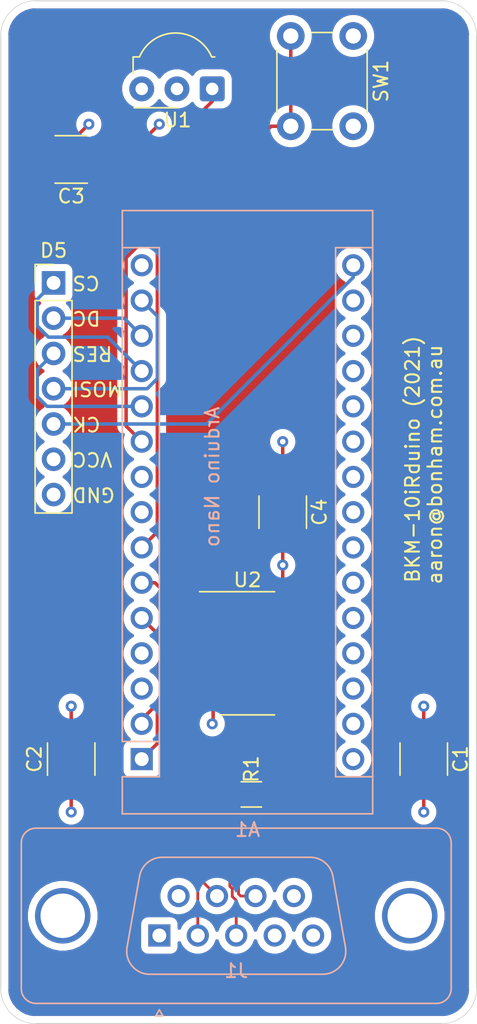
<source format=kicad_pcb>
(kicad_pcb (version 20171130) (host pcbnew "(5.1.10)-1")
  (layers (0 F.Cu signal) (1 In1.Cu.Power power) (2 In2.Cu.Ground power) (31 B.Cu signal) (34 B.Paste user) (35 F.Paste user) (36 B.SilkS user) (37 F.SilkS user) (38 B.Mask user) (39 F.Mask user) (44 Edge.Cuts user))
  (net 0 "")
  (net 1 "Net-(A1-Pad15)")
  (net 2 VCC)
  (net 3 GND)
  (net 4 "Net-(A1-Pad28)")
  (net 5 "Net-(A1-Pad27)")
  (net 6 "Net-(A1-Pad26)")
  (net 7 IR_OUT)
  (net 8 "Net-(A1-Pad25)")
  (net 9 "Net-(A1-Pad9)")
  (net 10 "Net-(A1-Pad24)")
  (net 11 "Net-(A1-Pad8)")
  (net 12 "Net-(A1-Pad23)")
  (net 13 "Net-(A1-Pad22)")
  (net 14 "Net-(A1-Pad21)")
  (net 15 RS485_TX_ENABLE)
  (net 16 "Net-(A1-Pad20)")
  (net 17 "Net-(A1-Pad19)")
  (net 18 "Net-(A1-Pad3)")
  (net 19 "Net-(A1-Pad18)")
  (net 20 "Net-(A1-Pad17)")
  (net 21 RS485_TX)
  (net 22 SCK)
  (net 23 MOSI)
  (net 24 DC)
  (net 25 CS)
  (net 26 RES)
  (net 27 LEARN_BUTTON_IN)
  (net 28 RS485_RX_ENABLE)
  (net 29 RS485_RX)
  (net 30 AB+)
  (net 31 AB-)
  (net 32 YZ+)
  (net 33 YZ-)
  (net 34 "Net-(U2-Pad8)")
  (net 35 "Net-(U2-Pad1)")
  (module Package_SO:SOIC-14_3.9x8.7mm_P1.27mm (layer F.Cu) (at 167.64 96.52)
    (fp_text reference U2 (at 0 -5.28) (layer F.SilkS))
    (fp_text value ADM3063EARZ-ND)
    (fp_line (start 0 4.435) (end 1.95 4.435) (layer F.SilkS) (width 0.12))
    (fp_line (start 0 4.435) (end -1.95 4.435) (layer F.SilkS) (width 0.12))
    (fp_line (start 0 -4.435) (end 1.95 -4.435) (layer F.SilkS) (width 0.12))
    (fp_line (start 0 -4.435) (end -3.45 -4.435) (layer F.SilkS) (width 0.12))
    (pad 14 smd roundrect (at 2.475 -3.81) (size 1.95 0.6) (layers F.Cu F.Paste F.Mask) (net 2 VCC))
    (pad 13 smd roundrect (at 2.475 -2.54) (size 1.95 0.6) (layers F.Cu F.Paste F.Mask) (net 2 VCC))
    (pad 12 smd roundrect (at 2.475 -1.27) (size 1.95 0.6) (layers F.Cu F.Paste F.Mask) (net 31 AB-))
    (pad 11 smd roundrect (at 2.475 0) (size 1.95 0.6) (layers F.Cu F.Paste F.Mask) (net 30 AB+))
    (pad 10 smd roundrect (at 2.475 1.27) (size 1.95 0.6) (layers F.Cu F.Paste F.Mask) (net 33 YZ-))
    (pad 9 smd roundrect (at 2.475 2.54) (size 1.95 0.6) (layers F.Cu F.Paste F.Mask) (net 32 YZ+))
    (pad 8 smd roundrect (at 2.475 3.81) (size 1.95 0.6) (layers F.Cu F.Paste F.Mask) (net 34 "Net-(U2-Pad8)"))
    (pad 7 smd roundrect (at -2.475 3.81) (size 1.95 0.6) (layers F.Cu F.Paste F.Mask) (net 3 GND))
    (pad 6 smd roundrect (at -2.475 2.54) (size 1.95 0.6) (layers F.Cu F.Paste F.Mask) (net 3 GND))
    (pad 5 smd roundrect (at -2.475 1.27) (size 1.95 0.6) (layers F.Cu F.Paste F.Mask) (net 21 RS485_TX))
    (pad 4 smd roundrect (at -2.475 0) (size 1.95 0.6) (layers F.Cu F.Paste F.Mask) (net 15 RS485_TX_ENABLE))
    (pad 3 smd roundrect (at -2.475 -1.27) (size 1.95 0.6) (layers F.Cu F.Paste F.Mask) (net 28 RS485_RX_ENABLE))
    (pad 2 smd roundrect (at -2.475 -2.54) (size 1.95 0.6) (layers F.Cu F.Paste F.Mask) (net 29 RS485_RX))
    (pad 1 smd roundrect (at -2.475 -3.81) (size 1.95 0.6) (layers F.Cu F.Paste F.Mask) (net 35 "Net-(U2-Pad1)"))
  )
  (module Connector_Dsub:DSUB-9_Male_Vertical_P2.77x2.84mm_MountingHoles (layer B.Cu) (at 161.29 116.84)
    (fp_text reference J1 (at 5.54 2.54) (layer B.SilkS) (effects (justify mirror)))
    (fp_text value DB9_Male)
    (fp_line (start -8.885 4.89) (end 19.965 4.89) (layer B.SilkS) (width 0.12))
    (fp_line (start 21.025 3.83) (end 21.025 -6.67) (layer B.SilkS) (width 0.12))
    (fp_line (start 19.965 -7.73) (end -8.885 -7.73) (layer B.SilkS) (width 0.12))
    (fp_line (start -9.945 -6.67) (end -9.945 3.83) (layer B.SilkS) (width 0.12))
    (fp_line (start -0.25 5.784338) (end 0.25 5.784338) (layer B.SilkS) (width 0.12))
    (fp_line (start 0.25 5.784338) (end 0 5.351325) (layer B.SilkS) (width 0.12))
    (fp_line (start 0 5.351325) (end -0.25 5.784338) (layer B.SilkS) (width 0.12))
    (fp_line (start -0.691689 2.79) (end 11.771689 2.79) (layer B.SilkS) (width 0.12))
    (fp_line (start 0.207579 -5.63) (end 10.872421 -5.63) (layer B.SilkS) (width 0.12))
    (fp_line (start 13.40647 0.841744) (end 12.507202 -4.258256) (layer B.SilkS) (width 0.12))
    (fp_line (start -2.32647 0.841744) (end -1.427202 -4.258256) (layer B.SilkS) (width 0.12))
    (fp_arc (start 10.872421 -3.97) (end 10.872421 -5.63) (angle 80) (layer B.SilkS) (width 0.12))
    (fp_arc (start 0.207579 -3.97) (end 0.207579 -5.63) (angle -80) (layer B.SilkS) (width 0.12))
    (fp_arc (start 11.771689 1.13) (end 11.771689 2.79) (angle -100) (layer B.SilkS) (width 0.12))
    (fp_arc (start -0.691689 1.13) (end -0.691689 2.79) (angle 100) (layer B.SilkS) (width 0.12))
    (fp_arc (start 19.965 -6.67) (end 21.025 -6.67) (angle -90) (layer B.SilkS) (width 0.12))
    (fp_arc (start -8.885 -6.67) (end -9.945 -6.67) (angle 90) (layer B.SilkS) (width 0.12))
    (fp_arc (start 19.965 3.83) (end 19.965 4.89) (angle -90) (layer B.SilkS) (width 0.12))
    (fp_arc (start -8.885 3.83) (end -9.945 3.83) (angle -90) (layer B.SilkS) (width 0.12))
    (pad 0 thru_hole circle (at 18.04 -1.42) (size 4 4) (drill 3.2) (layers *.Cu *.Mask))
    (pad 0 thru_hole circle (at -6.96 -1.42) (size 4 4) (drill 3.2) (layers *.Cu *.Mask))
    (pad 9 thru_hole circle (at 9.695 -2.84) (size 1.6 1.6) (drill 1) (layers *.Cu *.Mask) (net 3 GND))
    (pad 8 thru_hole circle (at 6.925 -2.84) (size 1.6 1.6) (drill 1) (layers *.Cu *.Mask) (net 33 YZ-))
    (pad 7 thru_hole circle (at 4.155 -2.84) (size 1.6 1.6) (drill 1) (layers *.Cu *.Mask) (net 30 AB+))
    (pad 6 thru_hole circle (at 1.385 -2.84) (size 1.6 1.6) (drill 1) (layers *.Cu *.Mask) (net 3 GND))
    (pad 5 thru_hole circle (at 11.08 0) (size 1.6 1.6) (drill 1) (layers *.Cu *.Mask) (net 2 VCC))
    (pad 4 thru_hole circle (at 8.31 0) (size 1.6 1.6) (drill 1) (layers *.Cu *.Mask) (net 3 GND))
    (pad 3 thru_hole circle (at 5.54 0) (size 1.6 1.6) (drill 1) (layers *.Cu *.Mask) (net 32 YZ+))
    (pad 2 thru_hole circle (at 2.77 0) (size 1.6 1.6) (drill 1) (layers *.Cu *.Mask) (net 31 AB-))
    (pad 1 thru_hole rect (at 0 0) (size 1.6 1.6) (drill 1) (layers *.Cu *.Mask) (net 3 GND))
  )
  (module Capacitor_SMD:C_1812_4532Metric_Pad1.57x3.40mm_HandSolder (layer F.Cu) (at 170.18 86.36 270)
    (fp_text reference C4 (at 0 -2.65 90) (layer F.SilkS))
    (fp_text value C_Small)
    (fp_line (start -1.161252 -1.71) (end 1.161252 -1.71) (layer F.SilkS) (width 0.12))
    (fp_line (start -1.161252 1.71) (end 1.161252 1.71) (layer F.SilkS) (width 0.12))
    (pad 2 smd roundrect (at 2.1375 0 270) (size 1.575 3.4) (layers F.Cu F.Paste F.Mask) (roundrect_rratio 0.1587295238095238) (net 2 VCC))
    (pad 1 smd roundrect (at -2.1375 0 270) (size 1.575 3.4) (layers F.Cu F.Paste F.Mask) (roundrect_rratio 0.1587295238095238) (net 3 GND))
  )
  (module Capacitor_SMD:C_1812_4532Metric_Pad1.57x3.40mm_HandSolder (layer F.Cu) (at 154.94 60.96 180)
    (fp_text reference C3 (at 0 -2.65) (layer F.SilkS))
    (fp_text value C_Small)
    (fp_line (start -1.161252 -1.71) (end 1.161252 -1.71) (layer F.SilkS) (width 0.12))
    (fp_line (start -1.161252 1.71) (end 1.161252 1.71) (layer F.SilkS) (width 0.12))
    (pad 2 smd roundrect (at 2.1375 0 180) (size 1.575 3.4) (layers F.Cu F.Paste F.Mask) (roundrect_rratio 0.1587295238095238) (net 2 VCC))
    (pad 1 smd roundrect (at -2.1375 0 180) (size 1.575 3.4) (layers F.Cu F.Paste F.Mask) (roundrect_rratio 0.1587295238095238) (net 3 GND))
  )
  (module Capacitor_SMD:C_1812_4532Metric_Pad1.57x3.40mm_HandSolder (layer F.Cu) (at 154.94 104.14 90)
    (fp_text reference C2 (at 0 -2.65 90) (layer F.SilkS))
    (fp_text value C_Small)
    (fp_line (start -1.161252 -1.71) (end 1.161252 -1.71) (layer F.SilkS) (width 0.12))
    (fp_line (start -1.161252 1.71) (end 1.161252 1.71) (layer F.SilkS) (width 0.12))
    (pad 2 smd roundrect (at 2.1375 0 90) (size 1.575 3.4) (layers F.Cu F.Paste F.Mask) (roundrect_rratio 0.1587295238095238) (net 3 GND))
    (pad 1 smd roundrect (at -2.1375 0 90) (size 1.575 3.4) (layers F.Cu F.Paste F.Mask) (roundrect_rratio 0.1587295238095238) (net 2 VCC))
  )
  (module Capacitor_SMD:C_1812_4532Metric_Pad1.57x3.40mm_HandSolder (layer F.Cu) (at 180.34 104.14 270)
    (fp_text reference C1 (at 0 -2.65 90) (layer F.SilkS))
    (fp_text value C_Small)
    (fp_line (start -1.161252 -1.71) (end 1.161252 -1.71) (layer F.SilkS) (width 0.12))
    (fp_line (start -1.161252 1.71) (end 1.161252 1.71) (layer F.SilkS) (width 0.12))
    (pad 2 smd roundrect (at 2.1375 0 270) (size 1.575 3.4) (layers F.Cu F.Paste F.Mask) (roundrect_rratio 0.1587295238095238) (net 3 GND))
    (pad 1 smd roundrect (at -2.1375 0 270) (size 1.575 3.4) (layers F.Cu F.Paste F.Mask) (roundrect_rratio 0.1587295238095238) (net 2 VCC))
  )
  (module Module:Arduino_Nano (layer B.Cu) (at 160.02 104.14)
    (fp_text reference A1 (at 7.62 5.08) (layer B.SilkS) (effects (justify mirror)))
    (fp_text value Arduino_Nano_Every)
    (fp_line (start 1.27 -1.27) (end 1.27 1.27) (layer B.SilkS) (width 0.12))
    (fp_line (start 1.27 1.27) (end -1.4 1.27) (layer B.SilkS) (width 0.12))
    (fp_line (start -1.4 -1.27) (end -1.4 -39.5) (layer B.SilkS) (width 0.12))
    (fp_line (start -1.4 3.94) (end -1.4 1.27) (layer B.SilkS) (width 0.12))
    (fp_line (start 13.97 1.27) (end 16.64 1.27) (layer B.SilkS) (width 0.12))
    (fp_line (start 13.97 1.27) (end 13.97 -36.83) (layer B.SilkS) (width 0.12))
    (fp_line (start 13.97 -36.83) (end 16.64 -36.83) (layer B.SilkS) (width 0.12))
    (fp_line (start 1.27 -1.27) (end -1.4 -1.27) (layer B.SilkS) (width 0.12))
    (fp_line (start 1.27 -1.27) (end 1.27 -36.83) (layer B.SilkS) (width 0.12))
    (fp_line (start 1.27 -36.83) (end -1.4 -36.83) (layer B.SilkS) (width 0.12))
    (fp_line (start -1.4 -39.5) (end 16.64 -39.5) (layer B.SilkS) (width 0.12))
    (fp_line (start 16.64 -39.5) (end 16.64 3.94) (layer B.SilkS) (width 0.12))
    (fp_line (start 16.64 3.94) (end -1.4 3.94) (layer B.SilkS) (width 0.12))
    (pad 16 thru_hole oval (at 15.24 -35.56) (size 1.6 1.6) (drill 1) (layers *.Cu *.Mask) (net 22 SCK))
    (pad 15 thru_hole oval (at 0 -35.56) (size 1.6 1.6) (drill 1) (layers *.Cu *.Mask) (net 1 "Net-(A1-Pad15)"))
    (pad 30 thru_hole oval (at 15.24 0) (size 1.6 1.6) (drill 1) (layers *.Cu *.Mask) (net 2 VCC))
    (pad 14 thru_hole oval (at 0 -33.02) (size 1.6 1.6) (drill 1) (layers *.Cu *.Mask) (net 23 MOSI))
    (pad 29 thru_hole oval (at 15.24 -2.54) (size 1.6 1.6) (drill 1) (layers *.Cu *.Mask) (net 3 GND))
    (pad 13 thru_hole oval (at 0 -30.48) (size 1.6 1.6) (drill 1) (layers *.Cu *.Mask) (net 24 DC))
    (pad 28 thru_hole oval (at 15.24 -5.08) (size 1.6 1.6) (drill 1) (layers *.Cu *.Mask) (net 4 "Net-(A1-Pad28)"))
    (pad 12 thru_hole oval (at 0 -27.94) (size 1.6 1.6) (drill 1) (layers *.Cu *.Mask) (net 25 CS))
    (pad 27 thru_hole oval (at 15.24 -7.62) (size 1.6 1.6) (drill 1) (layers *.Cu *.Mask) (net 5 "Net-(A1-Pad27)"))
    (pad 11 thru_hole oval (at 0 -25.4) (size 1.6 1.6) (drill 1) (layers *.Cu *.Mask) (net 26 RES))
    (pad 26 thru_hole oval (at 15.24 -10.16) (size 1.6 1.6) (drill 1) (layers *.Cu *.Mask) (net 6 "Net-(A1-Pad26)"))
    (pad 10 thru_hole oval (at 0 -22.86) (size 1.6 1.6) (drill 1) (layers *.Cu *.Mask) (net 7 IR_OUT))
    (pad 25 thru_hole oval (at 15.24 -12.7) (size 1.6 1.6) (drill 1) (layers *.Cu *.Mask) (net 8 "Net-(A1-Pad25)"))
    (pad 9 thru_hole oval (at 0 -20.32) (size 1.6 1.6) (drill 1) (layers *.Cu *.Mask) (net 9 "Net-(A1-Pad9)"))
    (pad 24 thru_hole oval (at 15.24 -15.24) (size 1.6 1.6) (drill 1) (layers *.Cu *.Mask) (net 10 "Net-(A1-Pad24)"))
    (pad 8 thru_hole oval (at 0 -17.78) (size 1.6 1.6) (drill 1) (layers *.Cu *.Mask) (net 11 "Net-(A1-Pad8)"))
    (pad 23 thru_hole oval (at 15.24 -17.78) (size 1.6 1.6) (drill 1) (layers *.Cu *.Mask) (net 12 "Net-(A1-Pad23)"))
    (pad 7 thru_hole oval (at 0 -15.24) (size 1.6 1.6) (drill 1) (layers *.Cu *.Mask) (net 27 LEARN_BUTTON_IN))
    (pad 22 thru_hole oval (at 15.24 -20.32) (size 1.6 1.6) (drill 1) (layers *.Cu *.Mask) (net 13 "Net-(A1-Pad22)"))
    (pad 6 thru_hole oval (at 0 -12.7) (size 1.6 1.6) (drill 1) (layers *.Cu *.Mask) (net 15 RS485_TX_ENABLE))
    (pad 21 thru_hole oval (at 15.24 -22.86) (size 1.6 1.6) (drill 1) (layers *.Cu *.Mask) (net 14 "Net-(A1-Pad21)"))
    (pad 5 thru_hole oval (at 0 -10.16) (size 1.6 1.6) (drill 1) (layers *.Cu *.Mask) (net 28 RS485_RX_ENABLE))
    (pad 20 thru_hole oval (at 15.24 -25.4) (size 1.6 1.6) (drill 1) (layers *.Cu *.Mask) (net 16 "Net-(A1-Pad20)"))
    (pad 4 thru_hole oval (at 0 -7.62) (size 1.6 1.6) (drill 1) (layers *.Cu *.Mask) (net 3 GND))
    (pad 19 thru_hole oval (at 15.24 -27.94) (size 1.6 1.6) (drill 1) (layers *.Cu *.Mask) (net 17 "Net-(A1-Pad19)"))
    (pad 3 thru_hole oval (at 0 -5.08) (size 1.6 1.6) (drill 1) (layers *.Cu *.Mask) (net 18 "Net-(A1-Pad3)"))
    (pad 18 thru_hole oval (at 15.24 -30.48) (size 1.6 1.6) (drill 1) (layers *.Cu *.Mask) (net 19 "Net-(A1-Pad18)"))
    (pad 2 thru_hole oval (at 0 -2.54) (size 1.6 1.6) (drill 1) (layers *.Cu *.Mask) (net 29 RS485_RX))
    (pad 17 thru_hole oval (at 15.24 -33.02) (size 1.6 1.6) (drill 1) (layers *.Cu *.Mask) (net 20 "Net-(A1-Pad17)"))
    (pad 1 thru_hole rect (at 0 0) (size 1.6 1.6) (drill 1) (layers *.Cu *.Mask) (net 21 RS485_TX))
  )
  (module Resistor_SMD:R_1206_3216Metric_Pad1.30x1.75mm_HandSolder (layer F.Cu) (at 167.92 106.68)
    (fp_text reference R1 (at 0 -1.82 90) (layer F.SilkS))
    (fp_text value R)
    (fp_line (start -0.727064 0.91) (end 0.727064 0.91) (layer F.SilkS) (width 0.12))
    (fp_line (start -0.727064 -0.91) (end 0.727064 -0.91) (layer F.SilkS) (width 0.12))
    (pad 2 smd roundrect (at 1.55 0) (size 1.3 1.75) (layers F.Cu F.Paste F.Mask) (roundrect_rratio 0.1923076923076923) (net 33 YZ-))
    (pad 1 smd roundrect (at -1.55 0) (size 1.3 1.75) (layers F.Cu F.Paste F.Mask) (roundrect_rratio 0.1923076923076923) (net 32 YZ+))
  )
  (module Connector_PinHeader_2.54mm:PinHeader_1x07_P2.54mm_Vertical (layer F.Cu) (at 153.67 69.85)
    (fp_text reference D5 (at 0 -2.33) (layer F.SilkS))
    (fp_text value SH1106)
    (fp_line (start -1.33 -1.33) (end 0 -1.33) (layer F.SilkS) (width 0.12))
    (fp_line (start -1.33 0) (end -1.33 -1.33) (layer F.SilkS) (width 0.12))
    (fp_line (start -1.33 1.27) (end 1.33 1.27) (layer F.SilkS) (width 0.12))
    (fp_line (start 1.33 1.27) (end 1.33 16.57) (layer F.SilkS) (width 0.12))
    (fp_line (start -1.33 1.27) (end -1.33 16.57) (layer F.SilkS) (width 0.12))
    (fp_line (start -1.33 16.57) (end 1.33 16.57) (layer F.SilkS) (width 0.12))
    (pad 7 thru_hole oval (at 0 15.24) (size 1.7 1.7) (drill 1) (layers *.Cu *.Mask) (net 3 GND))
    (pad 6 thru_hole oval (at 0 12.7) (size 1.7 1.7) (drill 1) (layers *.Cu *.Mask) (net 2 VCC))
    (pad 5 thru_hole oval (at 0 10.16) (size 1.7 1.7) (drill 1) (layers *.Cu *.Mask) (net 22 SCK))
    (pad 4 thru_hole oval (at 0 7.62) (size 1.7 1.7) (drill 1) (layers *.Cu *.Mask) (net 23 MOSI))
    (pad 3 thru_hole oval (at 0 5.08) (size 1.7 1.7) (drill 1) (layers *.Cu *.Mask) (net 26 RES))
    (pad 2 thru_hole oval (at 0 2.54) (size 1.7 1.7) (drill 1) (layers *.Cu *.Mask) (net 24 DC))
    (pad 1 thru_hole rect (at 0 0) (size 1.7 1.7) (drill 1) (layers *.Cu *.Mask) (net 25 CS))
  )
  (module bkm10rduino:SW_PUSH_6mm_H5mm (layer F.Cu) (at 175.26 52.07 270)
    (fp_text reference SW1 (at 3.25 -2 90) (layer F.SilkS))
    (fp_text value SW_SPST)
    (fp_line (start 6.75 3) (end 6.75 1.5) (layer F.SilkS) (width 0.12))
    (fp_line (start 5.5 -1) (end 1 -1) (layer F.SilkS) (width 0.12))
    (fp_line (start -0.25 1.5) (end -0.25 3) (layer F.SilkS) (width 0.12))
    (fp_line (start 1 5.5) (end 5.5 5.5) (layer F.SilkS) (width 0.12))
    (pad 1 thru_hole circle (at 6.5 0) (size 2 2) (drill 1.1) (layers *.Cu *.Mask) (net 3 GND))
    (pad 2 thru_hole circle (at 6.5 4.5) (size 2 2) (drill 1.1) (layers *.Cu *.Mask) (net 27 LEARN_BUTTON_IN))
    (pad 1 thru_hole circle (at 0 0) (size 2 2) (drill 1.1) (layers *.Cu *.Mask) (net 3 GND))
    (pad 2 thru_hole circle (at 0 4.5) (size 2 2) (drill 1.1) (layers *.Cu *.Mask) (net 27 LEARN_BUTTON_IN))
  )
  (module OptoDevice:Vishay_MOLD-3Pin (layer F.Cu) (at 165.1 55.88 180)
    (fp_text reference U1 (at 2.5 -2.25 180) (layer F.SilkS))
    (fp_text value TSOP343xx)
    (fp_line (start 5.7 2.3) (end 5.7 1.1) (layer F.SilkS) (width 0.12))
    (fp_line (start 5.7 2.3) (end 5.24 2.3) (layer F.SilkS) (width 0.12))
    (fp_line (start 5.62 -1.36) (end 2.54 -1.36) (layer F.SilkS) (width 0.12))
    (fp_line (start 0.04 2.3) (end -0.18 2.3) (layer F.SilkS) (width 0.12))
    (fp_arc (start 2.64 1.2) (end 5.24 2.3) (angle 134.1358099) (layer F.SilkS) (width 0.12))
    (pad 3 thru_hole circle (at 5.08 0 180) (size 1.8 1.8) (drill 0.9) (layers *.Cu *.Mask) (net 2 VCC))
    (pad 2 thru_hole circle (at 2.54 0 180) (size 1.8 1.8) (drill 0.9) (layers *.Cu *.Mask) (net 3 GND))
    (pad 1 thru_hole roundrect (at 0 0 180) (size 1.8 1.8) (drill 0.9) (layers *.Cu *.Mask) (roundrect_rratio 0.138) (net 7 IR_OUT))
  )
  (gr_text VCC (at 154.94 82.55 180) (layer F.SilkS) (effects (font (size 1 1)) (justify right)))
  (gr_arc (start 152.4 120.65) (end 149.86 120.65) (angle -90) (layer Edge.Cuts) (width 0.05))
  (gr_arc (start 181.61 120.65) (end 181.61 123.19) (angle -90) (layer Edge.Cuts) (width 0.05))
  (gr_arc (start 181.61 52.07) (end 184.15 52.07) (angle -90) (layer Edge.Cuts) (width 0.05))
  (gr_arc (start 152.4 52.07) (end 152.4 49.53) (angle -90) (layer Edge.Cuts) (width 0.05))
  (gr_text CK (at 154.94 80.01 180) (layer F.SilkS) (effects (font (size 1 1)) (justify right)))
  (gr_text "GND\n" (at 154.94 85.09 180) (layer F.SilkS) (effects (font (size 1 1)) (justify right)))
  (gr_text MOSI (at 154.94 77.47 180) (layer F.SilkS) (effects (font (size 1 1)) (justify right)))
  (gr_text RES (at 154.94 74.93 180) (layer F.SilkS) (effects (font (size 1 1)) (justify right)))
  (gr_text DC (at 154.94 72.39 180) (layer F.SilkS) (effects (font (size 1 1)) (justify right)))
  (gr_text CS (at 154.94 69.85 180) (layer F.SilkS) (effects (font (size 1 1)) (justify right)))
  (gr_text "BKM-10iRduino (2021)\naaron@bonham.com.au " (at 180.34 82.55 90) (layer F.SilkS) (effects (font (size 1 1))))
  (gr_text "Arduino Nano" (at 165.1 83.82 90) (layer B.SilkS) (effects (font (size 1 1)) (justify mirror)))
  (gr_line (start 184.15 52.07) (end 184.15 120.65) (layer Edge.Cuts) (width 0.1))
  (gr_line (start 152.4 49.53) (end 181.61 49.53) (layer Edge.Cuts) (width 0.1))
  (gr_line (start 149.86 120.65) (end 149.86 52.07) (layer Edge.Cuts) (width 0.1))
  (gr_line (start 181.61 123.19) (end 152.4 123.19) (layer Edge.Cuts) (width 0.1))
  (via (at 165.1 101.6) (size 0.8) (drill 0.4) (layers F.Cu B.Cu) (net 3))
  (via (at 180.34 100.33) (size 0.8) (drill 0.4) (layers F.Cu B.Cu) (net 2))
  (segment (start 180.34 102.64) (end 180.34 100.33) (width 0.25) (layer F.Cu) (net 2))
  (via (at 154.94 107.95) (size 0.8) (drill 0.4) (layers F.Cu B.Cu) (net 2))
  (segment (start 154.94 106.2775) (end 154.94 107.95) (width 0.25) (layer F.Cu) (net 2))
  (via (at 156.21 58.42) (size 0.8) (drill 0.4) (layers F.Cu B.Cu) (net 2))
  (segment (start 153.67 60.96) (end 156.21 58.42) (width 0.25) (layer F.Cu) (net 2))
  (segment (start 152.8025 60.96) (end 153.67 60.96) (width 0.25) (layer F.Cu) (net 2))
  (segment (start 170.18 92.645) (end 170.115 92.71) (width 0.25) (layer F.Cu) (net 2))
  (segment (start 170.18 88.4975) (end 170.18 90.17) (width 0.25) (layer F.Cu) (net 2))
  (segment (start 170.115 92.71) (end 170.115 93.98) (width 0.25) (layer F.Cu) (net 2))
  (segment (start 170.18 90.17) (end 170.18 92.645) (width 0.25) (layer F.Cu) (net 2))
  (via (at 170.18 90.17) (size 0.8) (drill 0.4) (layers F.Cu B.Cu) (net 2))
  (via (at 161.29 58.42) (size 0.8) (drill 0.4) (layers F.Cu B.Cu) (net 3))
  (segment (start 157.0775 60.96) (end 158.75 60.96) (width 0.25) (layer F.Cu) (net 3))
  (segment (start 158.75 60.96) (end 161.29 58.42) (width 0.25) (layer F.Cu) (net 3))
  (via (at 154.94 100.33) (size 0.8) (drill 0.4) (layers F.Cu B.Cu) (net 3))
  (segment (start 154.94 102.0025) (end 154.94 100.33) (width 0.25) (layer F.Cu) (net 3))
  (via (at 170.18 81.28) (size 0.8) (drill 0.4) (layers F.Cu B.Cu) (net 3))
  (segment (start 170.18 84.2225) (end 170.18 81.28) (width 0.25) (layer F.Cu) (net 3))
  (via (at 180.34 107.95) (size 0.8) (drill 0.4) (layers F.Cu B.Cu) (net 3))
  (segment (start 180.34 105.64) (end 180.34 107.95) (width 0.25) (layer F.Cu) (net 3))
  (segment (start 165.165 101.535) (end 165.1 101.6) (width 0.25) (layer F.Cu) (net 3))
  (segment (start 165.165 99.06) (end 165.165 101.535) (width 0.25) (layer F.Cu) (net 3))
  (segment (start 158.894999 68.039999) (end 158.894999 80.154999) (width 0.25) (layer F.Cu) (net 7))
  (segment (start 162.56 64.374998) (end 158.894999 68.039999) (width 0.25) (layer F.Cu) (net 7))
  (segment (start 162.56 59.32) (end 162.56 64.374998) (width 0.25) (layer F.Cu) (net 7))
  (segment (start 165.1 56.78) (end 162.56 59.32) (width 0.25) (layer F.Cu) (net 7))
  (segment (start 158.894999 80.154999) (end 160.02 81.28) (width 0.25) (layer F.Cu) (net 7))
  (segment (start 165.1 55.88) (end 165.1 56.78) (width 0.25) (layer F.Cu) (net 7))
  (segment (start 166.46501 94.903242) (end 166.186758 94.62499) (width 0.25) (layer F.Cu) (net 15))
  (segment (start 166.46501 96.19499) (end 166.46501 94.903242) (width 0.25) (layer F.Cu) (net 15))
  (segment (start 166.14 96.52) (end 166.46501 96.19499) (width 0.25) (layer F.Cu) (net 15))
  (segment (start 165.165 96.52) (end 166.14 96.52) (width 0.25) (layer F.Cu) (net 15))
  (segment (start 160.978232 91.44) (end 160.02 91.44) (width 0.25) (layer F.Cu) (net 15))
  (segment (start 164.163222 94.62499) (end 160.978232 91.44) (width 0.25) (layer F.Cu) (net 15))
  (segment (start 166.186758 94.62499) (end 164.163222 94.62499) (width 0.25) (layer F.Cu) (net 15))
  (segment (start 161.145001 103.014999) (end 160.02 104.14) (width 0.25) (layer F.Cu) (net 21))
  (segment (start 161.145001 100.834999) (end 161.145001 103.014999) (width 0.25) (layer F.Cu) (net 21))
  (segment (start 164.19 97.79) (end 161.145001 100.834999) (width 0.25) (layer F.Cu) (net 21))
  (segment (start 165.165 97.79) (end 164.19 97.79) (width 0.25) (layer F.Cu) (net 21))
  (segment (start 175.26 69.454998) (end 175.26 68.58) (width 0.25) (layer B.Cu) (net 22))
  (segment (start 164.704998 80.01) (end 175.26 69.454998) (width 0.25) (layer B.Cu) (net 22))
  (segment (start 153.67 80.01) (end 164.704998 80.01) (width 0.25) (layer B.Cu) (net 22))
  (segment (start 161.145001 72.245001) (end 160.02 71.12) (width 0.25) (layer B.Cu) (net 23))
  (segment (start 161.145001 76.740001) (end 161.145001 72.245001) (width 0.25) (layer B.Cu) (net 23))
  (segment (start 160.415002 77.47) (end 161.145001 76.740001) (width 0.25) (layer B.Cu) (net 23))
  (segment (start 153.67 77.47) (end 160.415002 77.47) (width 0.25) (layer B.Cu) (net 23))
  (segment (start 158.75 72.39) (end 160.02 73.66) (width 0.25) (layer B.Cu) (net 24))
  (segment (start 153.67 72.39) (end 158.75 72.39) (width 0.25) (layer B.Cu) (net 24))
  (segment (start 157.574999 73.754999) (end 160.02 76.2) (width 0.25) (layer B.Cu) (net 25))
  (segment (start 153.295997 73.754999) (end 157.574999 73.754999) (width 0.25) (layer B.Cu) (net 25))
  (segment (start 152.494999 72.954001) (end 153.295997 73.754999) (width 0.25) (layer B.Cu) (net 25))
  (segment (start 152.494999 71.025001) (end 152.494999 72.954001) (width 0.25) (layer B.Cu) (net 25))
  (segment (start 153.67 69.85) (end 152.494999 71.025001) (width 0.25) (layer B.Cu) (net 25))
  (segment (start 153.200998 78.74) (end 160.02 78.74) (width 0.25) (layer B.Cu) (net 26))
  (segment (start 152.494999 78.034001) (end 153.200998 78.74) (width 0.25) (layer B.Cu) (net 26))
  (segment (start 152.494999 76.105001) (end 152.494999 78.034001) (width 0.25) (layer B.Cu) (net 26))
  (segment (start 153.67 74.93) (end 152.494999 76.105001) (width 0.25) (layer B.Cu) (net 26))
  (segment (start 170.76 52.07) (end 170.76 58.57) (width 0.25) (layer F.Cu) (net 27))
  (segment (start 161.145001 87.774999) (end 160.02 88.9) (width 0.25) (layer F.Cu) (net 27))
  (segment (start 161.145001 69.994999) (end 161.145001 87.774999) (width 0.25) (layer F.Cu) (net 27))
  (segment (start 161.145001 69.454999) (end 161.145001 69.994999) (width 0.25) (layer F.Cu) (net 27))
  (segment (start 170.76 58.57) (end 169.691238 58.57) (width 0.25) (layer F.Cu) (net 27))
  (segment (start 169.345787 58.57) (end 161.145001 66.770786) (width 0.25) (layer F.Cu) (net 27))
  (segment (start 161.145001 66.770786) (end 161.145001 68.435001) (width 0.25) (layer F.Cu) (net 27))
  (segment (start 170.76 58.57) (end 169.345787 58.57) (width 0.25) (layer F.Cu) (net 27))
  (segment (start 161.145001 68.435001) (end 161.145001 69.994999) (width 0.25) (layer F.Cu) (net 27))
  (segment (start 161.145001 67.116237) (end 161.145001 68.435001) (width 0.25) (layer F.Cu) (net 27))
  (segment (start 161.29 95.25) (end 160.02 93.98) (width 0.25) (layer F.Cu) (net 28))
  (segment (start 165.165 95.25) (end 161.29 95.25) (width 0.25) (layer F.Cu) (net 28))
  (segment (start 164.163222 97.14501) (end 160.02 101.288232) (width 0.25) (layer F.Cu) (net 29))
  (segment (start 166.186758 97.14501) (end 164.163222 97.14501) (width 0.25) (layer F.Cu) (net 29))
  (segment (start 166.91502 96.416748) (end 166.186758 97.14501) (width 0.25) (layer F.Cu) (net 29))
  (segment (start 160.02 101.288232) (end 160.02 101.6) (width 0.25) (layer F.Cu) (net 29))
  (segment (start 166.91502 94.716842) (end 166.91502 96.416748) (width 0.25) (layer F.Cu) (net 29))
  (segment (start 166.178178 93.98) (end 166.91502 94.716842) (width 0.25) (layer F.Cu) (net 29))
  (segment (start 165.165 93.98) (end 166.178178 93.98) (width 0.25) (layer F.Cu) (net 29))
  (segment (start 165.41999 105.827176) (end 165.41999 106.67821) (width 0.2) (layer F.Cu) (net 30))
  (segment (start 168.83999 102.407176) (end 165.41999 105.827176) (width 0.2) (layer F.Cu) (net 30))
  (segment (start 168.83999 97.453598) (end 168.83999 102.407176) (width 0.2) (layer F.Cu) (net 30))
  (segment (start 169.103598 97.18999) (end 168.83999 97.453598) (width 0.2) (layer F.Cu) (net 30))
  (segment (start 170.115 97.18999) (end 169.103598 97.18999) (width 0.2) (layer F.Cu) (net 30))
  (segment (start 170.115 96.52) (end 170.115 97.18999) (width 0.2) (layer F.Cu) (net 30))
  (segment (start 164.51 113.065) (end 165.445 114) (width 0.2) (layer F.Cu) (net 30))
  (segment (start 164.51 107.5882) (end 164.51 113.065) (width 0.2) (layer F.Cu) (net 30))
  (segment (start 165.41999 106.67821) (end 164.51 107.5882) (width 0.2) (layer F.Cu) (net 30))
  (segment (start 164.969999 105.640784) (end 164.969999 106.491802) (width 0.2) (layer F.Cu) (net 31))
  (segment (start 168.389999 96.633589) (end 168.389999 102.220784) (width 0.2) (layer F.Cu) (net 31))
  (segment (start 169.665 95.7) (end 169.323588 95.7) (width 0.2) (layer F.Cu) (net 31))
  (segment (start 170.115 95.25) (end 169.665 95.7) (width 0.2) (layer F.Cu) (net 31))
  (segment (start 168.389999 102.220784) (end 164.969999 105.640784) (width 0.2) (layer F.Cu) (net 31))
  (segment (start 169.323588 95.7) (end 168.389999 96.633589) (width 0.2) (layer F.Cu) (net 31))
  (segment (start 164.06 113.065) (end 164.06 116.84) (width 0.2) (layer F.Cu) (net 31))
  (segment (start 164.06 107.401801) (end 164.06 113.065) (width 0.2) (layer F.Cu) (net 31))
  (segment (start 164.969999 106.491802) (end 164.06 107.401801) (width 0.2) (layer F.Cu) (net 31))
  (segment (start 166.83 114.318199) (end 166.83 116.84) (width 0.2) (layer F.Cu) (net 32))
  (segment (start 166.545001 114.0332) (end 166.83 114.318199) (width 0.2) (layer F.Cu) (net 32))
  (segment (start 166.545001 113.471999) (end 166.545001 114.0332) (width 0.2) (layer F.Cu) (net 32))
  (segment (start 166.37 113.296998) (end 166.545001 113.471999) (width 0.2) (layer F.Cu) (net 32))
  (segment (start 166.37 106.68) (end 166.37 113.296998) (width 0.2) (layer F.Cu) (net 32))
  (segment (start 170.115 99.06) (end 170.115 99.72999) (width 0.2) (layer F.Cu) (net 32))
  (segment (start 170.115 99.72999) (end 171.126402 99.72999) (width 0.2) (layer F.Cu) (net 32))
  (segment (start 171.39001 99.993598) (end 171.39001 101.65999) (width 0.2) (layer F.Cu) (net 32))
  (segment (start 171.126402 99.72999) (end 171.39001 99.993598) (width 0.2) (layer F.Cu) (net 32))
  (segment (start 171.39001 101.65999) (end 169.151802 103.898198) (width 0.2) (layer F.Cu) (net 32))
  (segment (start 169.151802 103.898198) (end 166.37 106.68) (width 0.2) (layer F.Cu) (net 32))
  (segment (start 171.840001 101.846396) (end 169.47 104.216397) (width 0.2) (layer F.Cu) (net 33))
  (segment (start 171.840001 99.173589) (end 171.840001 101.846396) (width 0.2) (layer F.Cu) (net 33))
  (segment (start 170.906412 98.24) (end 171.840001 99.173589) (width 0.2) (layer F.Cu) (net 33))
  (segment (start 170.565 98.24) (end 170.906412 98.24) (width 0.2) (layer F.Cu) (net 33))
  (segment (start 170.115 97.79) (end 170.565 98.24) (width 0.2) (layer F.Cu) (net 33))
  (segment (start 169.47 104.216397) (end 169.47 106.68) (width 0.2) (layer F.Cu) (net 33))
  (segment (start 166.994992 113.285607) (end 166.994992 113.846792) (width 0.2) (layer F.Cu) (net 33))
  (segment (start 169.47 106.68) (end 166.82 109.33) (width 0.2) (layer F.Cu) (net 33))
  (segment (start 166.82 113.110615) (end 166.994992 113.285607) (width 0.2) (layer F.Cu) (net 33))
  (segment (start 166.82 109.33) (end 166.82 113.110615) (width 0.2) (layer F.Cu) (net 33))
  (segment (start 166.994992 113.846792) (end 167.148199 114) (width 0.2) (layer F.Cu) (net 33))
  (segment (start 167.148199 114) (end 168.215 114) (width 0.2) (layer F.Cu) (net 33))
  (zone (net 0) (net_name "") (layer F.Cu) (connect_pads (clearance 0.508)) (min_thickness 0.254) (fill yes (arc_segments 32) (thermal_gap 0.508) (thermal_bridge_width 0.508))
    (polygon (pts (xy 184.15 123.19) (xy 149.86 123.19) (xy 149.86 49.53) (xy 184.15 49.53)))
  )
  (zone (net 0) (net_name "") (layer B.Cu) (connect_pads (clearance 0.508)) (min_thickness 0.254) (fill yes (arc_segments 32) (thermal_gap 0.508) (thermal_bridge_width 0.508))
    (polygon (pts (xy 184.15 123.19) (xy 149.86 123.19) (xy 149.86 49.53) (xy 184.15 49.53)))
  )
)
</source>
